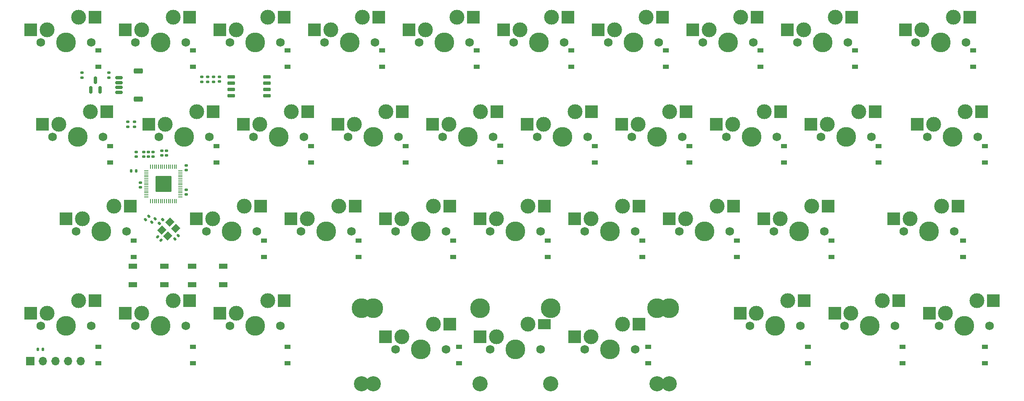
<source format=gbs>
%TF.GenerationSoftware,KiCad,Pcbnew,7.0.6*%
%TF.CreationDate,2023-07-31T23:13:40-04:00*%
%TF.ProjectId,cutiepie2040-standard-stagger,63757469-6570-4696-9532-3034302d7374,rev?*%
%TF.SameCoordinates,PX2d6b3a0PY7aa1830*%
%TF.FileFunction,Soldermask,Bot*%
%TF.FilePolarity,Negative*%
%FSLAX46Y46*%
G04 Gerber Fmt 4.6, Leading zero omitted, Abs format (unit mm)*
G04 Created by KiCad (PCBNEW 7.0.6) date 2023-07-31 23:13:40*
%MOMM*%
%LPD*%
G01*
G04 APERTURE LIST*
G04 Aperture macros list*
%AMRoundRect*
0 Rectangle with rounded corners*
0 $1 Rounding radius*
0 $2 $3 $4 $5 $6 $7 $8 $9 X,Y pos of 4 corners*
0 Add a 4 corners polygon primitive as box body*
4,1,4,$2,$3,$4,$5,$6,$7,$8,$9,$2,$3,0*
0 Add four circle primitives for the rounded corners*
1,1,$1+$1,$2,$3*
1,1,$1+$1,$4,$5*
1,1,$1+$1,$6,$7*
1,1,$1+$1,$8,$9*
0 Add four rect primitives between the rounded corners*
20,1,$1+$1,$2,$3,$4,$5,0*
20,1,$1+$1,$4,$5,$6,$7,0*
20,1,$1+$1,$6,$7,$8,$9,0*
20,1,$1+$1,$8,$9,$2,$3,0*%
%AMRotRect*
0 Rectangle, with rotation*
0 The origin of the aperture is its center*
0 $1 length*
0 $2 width*
0 $3 Rotation angle, in degrees counterclockwise*
0 Add horizontal line*
21,1,$1,$2,0,0,$3*%
G04 Aperture macros list end*
%ADD10R,1.200000X0.900000*%
%ADD11C,1.750000*%
%ADD12C,3.000000*%
%ADD13C,3.987800*%
%ADD14R,2.550000X2.500000*%
%ADD15RoundRect,0.135000X-0.185000X0.135000X-0.185000X-0.135000X0.185000X-0.135000X0.185000X0.135000X0*%
%ADD16RoundRect,0.135000X0.135000X0.185000X-0.135000X0.185000X-0.135000X-0.185000X0.135000X-0.185000X0*%
%ADD17RoundRect,0.140000X0.170000X-0.140000X0.170000X0.140000X-0.170000X0.140000X-0.170000X-0.140000X0*%
%ADD18RoundRect,0.140000X-0.021213X0.219203X-0.219203X0.021213X0.021213X-0.219203X0.219203X-0.021213X0*%
%ADD19R,1.700000X1.700000*%
%ADD20O,1.700000X1.700000*%
%ADD21R,1.700000X1.000000*%
%ADD22RotRect,1.400000X1.200000X45.000000*%
%ADD23RoundRect,0.135000X0.035355X-0.226274X0.226274X-0.035355X-0.035355X0.226274X-0.226274X0.035355X0*%
%ADD24RoundRect,0.140000X0.140000X0.170000X-0.140000X0.170000X-0.140000X-0.170000X0.140000X-0.170000X0*%
%ADD25RoundRect,0.140000X-0.170000X0.140000X-0.170000X-0.140000X0.170000X-0.140000X0.170000X0.140000X0*%
%ADD26RoundRect,0.150000X-0.625000X0.150000X-0.625000X-0.150000X0.625000X-0.150000X0.625000X0.150000X0*%
%ADD27RoundRect,0.229167X-0.670833X0.320833X-0.670833X-0.320833X0.670833X-0.320833X0.670833X0.320833X0*%
%ADD28RoundRect,0.140000X0.021213X-0.219203X0.219203X-0.021213X-0.021213X0.219203X-0.219203X0.021213X0*%
%ADD29C,3.048000*%
%ADD30R,2.550000X2.000000*%
%ADD31RoundRect,0.140000X0.219203X0.021213X0.021213X0.219203X-0.219203X-0.021213X-0.021213X-0.219203X0*%
%ADD32RoundRect,0.050000X0.387500X0.050000X-0.387500X0.050000X-0.387500X-0.050000X0.387500X-0.050000X0*%
%ADD33RoundRect,0.050000X0.050000X0.387500X-0.050000X0.387500X-0.050000X-0.387500X0.050000X-0.387500X0*%
%ADD34RoundRect,0.144000X1.456000X1.456000X-1.456000X1.456000X-1.456000X-1.456000X1.456000X-1.456000X0*%
%ADD35RoundRect,0.150000X0.150000X-0.587500X0.150000X0.587500X-0.150000X0.587500X-0.150000X-0.587500X0*%
%ADD36RoundRect,0.135000X0.185000X-0.135000X0.185000X0.135000X-0.185000X0.135000X-0.185000X-0.135000X0*%
%ADD37RoundRect,0.150000X0.650000X0.150000X-0.650000X0.150000X-0.650000X-0.150000X0.650000X-0.150000X0*%
G04 APERTURE END LIST*
D10*
X116085955Y47165862D03*
X116085955Y50465862D03*
X130373467Y66513453D03*
X130373467Y69813453D03*
D11*
X167004880Y71437794D03*
D12*
X164464880Y76517794D03*
D13*
X161924880Y71437794D03*
D12*
X158114880Y73977794D03*
D11*
X156844880Y71437794D03*
D14*
X154839880Y73977794D03*
X167766880Y76517794D03*
D11*
X188436130Y33337584D03*
D12*
X185896130Y38417584D03*
D13*
X183356130Y33337584D03*
D12*
X179546130Y35877584D03*
D11*
X178276130Y33337584D03*
D14*
X176271130Y35877584D03*
X189198130Y38417584D03*
D10*
X125630802Y28115846D03*
X125630802Y31415846D03*
D15*
X39290726Y64452768D03*
X39290726Y63432768D03*
D16*
X4921172Y9525224D03*
X3901172Y9525224D03*
D17*
X27087038Y48335480D03*
X27087038Y49295480D03*
D10*
X73223622Y66513453D03*
X73223622Y69813453D03*
D17*
X18157077Y64305627D03*
X18157077Y65265627D03*
D10*
X177998507Y6684578D03*
X177998507Y9984578D03*
D11*
X14604880Y14287794D03*
D12*
X12064880Y19367794D03*
D13*
X9524880Y14287794D03*
D12*
X5714880Y16827794D03*
D11*
X4444880Y14287794D03*
D14*
X2439880Y16827794D03*
X15366880Y19367794D03*
D11*
X76517380Y52387794D03*
D12*
X73977380Y57467794D03*
D13*
X71437380Y52387794D03*
D12*
X67627380Y54927794D03*
D11*
X66357380Y52387794D03*
D14*
X64352380Y54927794D03*
X77279380Y57467794D03*
D11*
X57467380Y52387794D03*
D12*
X54927380Y57467794D03*
D13*
X52387380Y52387794D03*
D12*
X48577380Y54927794D03*
D11*
X47307380Y52387794D03*
D14*
X45302380Y54927794D03*
X58229380Y57467794D03*
D10*
X126801589Y6684578D03*
X126801589Y9984578D03*
D18*
X27467827Y35802505D03*
X26789005Y35123683D03*
D17*
X29765960Y48633138D03*
X29765960Y49593138D03*
D11*
X71754880Y71437794D03*
D12*
X69214880Y76517794D03*
D13*
X66674880Y71437794D03*
D12*
X62864880Y73977794D03*
D11*
X61594880Y71437794D03*
D14*
X59589880Y73977794D03*
X72516880Y76517794D03*
D10*
X97035939Y47301801D03*
X97035939Y50601801D03*
X158948491Y6684578D03*
X158948491Y9984578D03*
X54173574Y66513453D03*
X54173574Y69813453D03*
D11*
X128904880Y71437794D03*
D12*
X126364880Y76517794D03*
D13*
X123824880Y71437794D03*
D12*
X120014880Y73977794D03*
D11*
X118744880Y71437794D03*
D14*
X116739880Y73977794D03*
X129666880Y76517794D03*
D10*
X135135971Y47165862D03*
X135135971Y50465862D03*
D15*
X22026501Y55427469D03*
X22026501Y54407470D03*
D11*
X124142380Y33337744D03*
D12*
X121602380Y38417744D03*
D13*
X119062380Y33337744D03*
D12*
X115252380Y35877744D03*
D11*
X113982380Y33337744D03*
D14*
X111977380Y35877744D03*
X124904380Y38417744D03*
D10*
X168473499Y66513453D03*
X168473499Y69813453D03*
D11*
X90804880Y71437794D03*
D12*
X88264880Y76517794D03*
D13*
X85724880Y71437794D03*
D12*
X81914880Y73977794D03*
D11*
X80644880Y71437794D03*
D14*
X78639880Y73977794D03*
X91566880Y76517794D03*
D19*
X2381172Y7143972D03*
D20*
X4921172Y7143972D03*
X7461172Y7143972D03*
X10001172Y7143972D03*
X12541172Y7143972D03*
D11*
X105092380Y33337794D03*
D12*
X102552380Y38417794D03*
D13*
X100012380Y33337794D03*
D12*
X96202380Y35877794D03*
D11*
X94932380Y33337794D03*
D14*
X92927380Y35877794D03*
X105854380Y38417794D03*
D10*
X192286019Y66513453D03*
X192286019Y69813453D03*
X92273670Y66513453D03*
X92273670Y69813453D03*
D21*
X23043816Y22507874D03*
X29343816Y22507874D03*
X23043816Y26307874D03*
X29343816Y26307874D03*
D10*
X88701557Y6684578D03*
X88701557Y9984578D03*
D11*
X86042380Y33337744D03*
D12*
X83502380Y38417744D03*
D13*
X80962380Y33337744D03*
D12*
X77152380Y35877744D03*
D11*
X75882380Y33337744D03*
D14*
X73877380Y35877744D03*
X86804380Y38417744D03*
D10*
X149423483Y66513453D03*
X149423483Y69813453D03*
D11*
X171767380Y52387794D03*
D12*
X169227380Y57467794D03*
D13*
X166687380Y52387794D03*
D12*
X162877380Y54927794D03*
D11*
X161607380Y52387794D03*
D14*
X159602380Y54927794D03*
X172529380Y57467794D03*
D18*
X26193692Y36314309D03*
X25514870Y35635487D03*
D10*
X18454623Y47165862D03*
X18454623Y50465862D03*
D22*
X28868178Y33572442D03*
X30423813Y35128077D03*
X31625894Y33925996D03*
X30070259Y32370361D03*
D10*
X106580786Y28115846D03*
X106580786Y31415846D03*
X190202823Y28115700D03*
X190202823Y31415700D03*
D11*
X14604880Y71437794D03*
D12*
X12064880Y76517794D03*
D13*
X9524880Y71437794D03*
D12*
X5714880Y73977794D03*
D11*
X4444880Y71437794D03*
D14*
X2439880Y73977794D03*
X15366880Y76517794D03*
D10*
X194667271Y6684578D03*
X194667271Y9984578D03*
D17*
X33784343Y45656558D03*
X33784343Y46616558D03*
D21*
X34950096Y22507874D03*
X41250096Y22507874D03*
X34950096Y26307874D03*
X41250096Y26307874D03*
D11*
X95567380Y52387794D03*
D12*
X93027380Y57467794D03*
D13*
X90487380Y52387794D03*
D12*
X86677380Y54927794D03*
D11*
X85407380Y52387794D03*
D14*
X83402380Y54927794D03*
X96329380Y57467794D03*
D10*
X58935907Y47165862D03*
X58935907Y50465862D03*
D11*
X47942380Y33337794D03*
D12*
X45402380Y38417794D03*
D13*
X42862380Y33337794D03*
D12*
X39052380Y35877794D03*
D11*
X37782380Y33337794D03*
D14*
X35777380Y35877794D03*
X48704380Y38417794D03*
D10*
X16073371Y6684578D03*
X16073371Y9984578D03*
D11*
X190817380Y71437794D03*
D12*
X188277380Y76517794D03*
D13*
X185737380Y71437794D03*
D12*
X181927380Y73977794D03*
D11*
X180657380Y71437794D03*
D14*
X178652380Y73977794D03*
X191579380Y76517794D03*
D23*
X28331545Y34943462D03*
X29052793Y35664710D03*
D24*
X23663971Y45462608D03*
X22703971Y45462608D03*
D11*
X143192380Y33337794D03*
D12*
X140652380Y38417794D03*
D13*
X138112380Y33337794D03*
D12*
X134302380Y35877794D03*
D11*
X133032380Y33337794D03*
D14*
X131027380Y35877794D03*
X143954380Y38417794D03*
D11*
X52704880Y14287794D03*
D12*
X50164880Y19367794D03*
D13*
X47624880Y14287794D03*
D12*
X43814880Y16827794D03*
D11*
X42544880Y14287794D03*
D14*
X40539880Y16827794D03*
X53466880Y19367794D03*
D25*
X40481352Y64452768D03*
X40481352Y63492768D03*
D11*
X193198630Y52387794D03*
D12*
X190658630Y57467794D03*
D13*
X188118630Y52387794D03*
D12*
X184308630Y54927794D03*
D11*
X183038630Y52387794D03*
D14*
X181033630Y54927794D03*
X193960630Y57467794D03*
D17*
X26144064Y48335480D03*
X26144064Y49295480D03*
X23663971Y48335480D03*
X23663971Y49295480D03*
D10*
X39885891Y47165862D03*
X39885891Y50465862D03*
X173236003Y47165862D03*
X173236003Y50465862D03*
D17*
X24556945Y42182608D03*
X24556945Y43142608D03*
D26*
X20249880Y64305627D03*
X20249880Y63305627D03*
X20249880Y62305627D03*
X20249880Y61305627D03*
D27*
X24124880Y65605627D03*
X24124880Y60005627D03*
D28*
X31509888Y31807545D03*
X32188710Y32486367D03*
D11*
X157479880Y14287794D03*
D12*
X154939880Y19367794D03*
D13*
X152399880Y14287794D03*
D12*
X148589880Y16827794D03*
D11*
X147319880Y14287794D03*
D14*
X145314880Y16827794D03*
X158241880Y19367794D03*
D11*
X52704880Y71437794D03*
D12*
X50164880Y76517794D03*
D13*
X47624880Y71437794D03*
D12*
X43814880Y73977794D03*
D11*
X42544880Y71437794D03*
D14*
X40539880Y73977794D03*
X53466880Y76517794D03*
D11*
X147954880Y71437794D03*
D12*
X145414880Y76517794D03*
D13*
X142874880Y71437794D03*
D12*
X139064880Y73977794D03*
D11*
X137794880Y71437794D03*
D14*
X135789880Y73977794D03*
X148716880Y76517794D03*
D10*
X194667271Y47165862D03*
X194667271Y50465862D03*
X144680818Y28115846D03*
X144680818Y31415846D03*
D11*
X66992380Y33337744D03*
D12*
X64452380Y38417744D03*
D13*
X61932163Y33337744D03*
D12*
X58102380Y35877744D03*
D11*
X56832380Y33337744D03*
D14*
X54827380Y35877744D03*
X67754380Y38417744D03*
D15*
X23366313Y55427469D03*
X23366313Y54407470D03*
D29*
X128587380Y2540024D03*
D13*
X128587380Y17780024D03*
D11*
X105092380Y9525024D03*
D12*
X102552380Y14605024D03*
D13*
X100012380Y9525024D03*
D12*
X96202380Y12065024D03*
D11*
X94932380Y9525024D03*
D29*
X71437380Y2540024D03*
D13*
X71437380Y17780024D03*
D14*
X92927380Y12065024D03*
D30*
X105854380Y14605024D03*
D10*
X87530770Y28115846D03*
X87530770Y31415846D03*
X77985923Y47165862D03*
X77985923Y50465862D03*
D31*
X28692169Y31515531D03*
X28013347Y32194353D03*
D11*
X33654880Y71437794D03*
D12*
X31114880Y76517794D03*
D13*
X28574880Y71437794D03*
D12*
X24764880Y73977794D03*
D11*
X23494880Y71437794D03*
D14*
X21489880Y73977794D03*
X34416880Y76517794D03*
D15*
X36909474Y64452768D03*
X36909474Y63432768D03*
D11*
X33654880Y14287794D03*
D12*
X31114880Y19367794D03*
D13*
X28574880Y14287794D03*
D12*
X24764880Y16827794D03*
D11*
X23494880Y14287794D03*
D14*
X21489880Y16827794D03*
X34416880Y19367794D03*
D10*
X68480754Y28115846D03*
X68480754Y31415846D03*
X154185987Y47165862D03*
X154185987Y50465862D03*
D11*
X133667380Y52387794D03*
D12*
X131127380Y57467794D03*
D13*
X128587380Y52387794D03*
D12*
X124777380Y54927794D03*
D11*
X123507380Y52387794D03*
D14*
X121502380Y54927794D03*
X134429380Y57467794D03*
D17*
X25201090Y48335480D03*
X25201090Y49295480D03*
D11*
X152717380Y52387794D03*
D12*
X150177380Y57467794D03*
D13*
X147637380Y52387794D03*
D12*
X143827380Y54927794D03*
D11*
X142557380Y52387794D03*
D14*
X140552380Y54927794D03*
X153479380Y57467794D03*
D29*
X131000380Y2540024D03*
D13*
X131000380Y17780024D03*
D11*
X124142380Y9525024D03*
D12*
X121602380Y14605024D03*
D13*
X119062380Y9525024D03*
D12*
X115252380Y12065024D03*
D11*
X113982380Y9525024D03*
D29*
X107124380Y2540024D03*
D13*
X107124380Y17780024D03*
D14*
X111977380Y12065024D03*
X124904380Y14605024D03*
D17*
X12799251Y64305627D03*
X12799251Y65265627D03*
D29*
X92900380Y2540294D03*
D13*
X92900380Y17780294D03*
D11*
X86042380Y9525294D03*
D12*
X83502380Y14605294D03*
D13*
X80962380Y9525294D03*
D12*
X77152380Y12065294D03*
D11*
X75882380Y9525294D03*
D29*
X69024380Y2540294D03*
D13*
X69024380Y17780294D03*
D14*
X73877380Y12065294D03*
X86804380Y14605294D03*
D10*
X49430738Y28115846D03*
X49430738Y31415846D03*
D11*
X162242380Y33337794D03*
D12*
X159702380Y38417794D03*
D13*
X157162380Y33337794D03*
D12*
X153352380Y35877794D03*
D11*
X152082380Y33337794D03*
D14*
X150077380Y35877794D03*
X163004380Y38417794D03*
D25*
X33784343Y41705201D03*
X33784343Y40745201D03*
D11*
X195579880Y14287794D03*
D12*
X193039880Y19367794D03*
D13*
X190499880Y14287794D03*
D12*
X186689880Y16827794D03*
D11*
X185419880Y14287794D03*
D14*
X183414880Y16827794D03*
X196341880Y19367794D03*
D11*
X16986130Y52387794D03*
D12*
X14446130Y57467794D03*
D13*
X11906130Y52387794D03*
D12*
X8096130Y54927794D03*
D11*
X6826130Y52387794D03*
D14*
X4821130Y54927794D03*
X17748130Y57467794D03*
D10*
X163730834Y28115846D03*
X163730834Y31415846D03*
D32*
X32607886Y45462608D03*
X32607886Y45062608D03*
X32607886Y44662608D03*
X32607886Y44262608D03*
X32607886Y43862608D03*
X32607886Y43462608D03*
X32607886Y43062608D03*
X32607886Y42662608D03*
X32607886Y42262608D03*
X32607886Y41862608D03*
X32607886Y41462608D03*
X32607886Y41062608D03*
X32607886Y40662608D03*
X32607886Y40262608D03*
D33*
X31770386Y39425108D03*
X31370386Y39425108D03*
X30970386Y39425108D03*
X30570386Y39425108D03*
X30170386Y39425108D03*
X29770386Y39425108D03*
X29370386Y39425108D03*
X28970386Y39425108D03*
X28570386Y39425108D03*
X28170386Y39425108D03*
X27770386Y39425108D03*
X27370386Y39425108D03*
X26970386Y39425108D03*
X26570386Y39425108D03*
D32*
X25732886Y40262608D03*
X25732886Y40662608D03*
X25732886Y41062608D03*
X25732886Y41462608D03*
X25732886Y41862608D03*
X25732886Y42262608D03*
X25732886Y42662608D03*
X25732886Y43062608D03*
X25732886Y43462608D03*
X25732886Y43862608D03*
X25732886Y44262608D03*
X25732886Y44662608D03*
X25732886Y45062608D03*
X25732886Y45462608D03*
D33*
X26570386Y46300108D03*
X26970386Y46300108D03*
X27370386Y46300108D03*
X27770386Y46300108D03*
X28170386Y46300108D03*
X28570386Y46300108D03*
X28970386Y46300108D03*
X29370386Y46300108D03*
X29770386Y46300108D03*
X30170386Y46300108D03*
X30570386Y46300108D03*
X30970386Y46300108D03*
X31370386Y46300108D03*
X31770386Y46300108D03*
D34*
X29170386Y42862608D03*
D11*
X109854880Y71437794D03*
D12*
X107314880Y76517794D03*
D13*
X104774880Y71437794D03*
D12*
X100964880Y73977794D03*
D11*
X99694880Y71437794D03*
D14*
X97689880Y73977794D03*
X110616880Y76517794D03*
D10*
X35123387Y6684578D03*
X35123387Y9984578D03*
D35*
X16428164Y61868127D03*
X14528164Y61868127D03*
X15478164Y63743127D03*
D10*
X23217484Y28128249D03*
X23217484Y31428249D03*
D11*
X38417380Y52387794D03*
D12*
X35877380Y57467794D03*
D13*
X33337380Y52387794D03*
D12*
X29527380Y54927794D03*
D11*
X28257380Y52387794D03*
D14*
X26252380Y54927794D03*
X39179380Y57467794D03*
D10*
X35123526Y66513453D03*
X35123526Y69813453D03*
D36*
X38100100Y63432768D03*
X38100100Y64452768D03*
D11*
X114617380Y52387794D03*
D12*
X112077380Y57467794D03*
D13*
X109537380Y52387794D03*
D12*
X105727380Y54927794D03*
D11*
X104457380Y52387794D03*
D14*
X102452380Y54927794D03*
X115379380Y57467794D03*
D37*
X50034492Y64452768D03*
X50034492Y63182768D03*
X50034492Y61912768D03*
X50034492Y60642768D03*
X42834492Y60642768D03*
X42834492Y61912768D03*
X42834492Y63182768D03*
X42834492Y64452768D03*
D17*
X28822986Y48633138D03*
X28822986Y49593138D03*
D10*
X16073478Y66513453D03*
X16073478Y69813453D03*
X111323718Y66513453D03*
X111323718Y69813453D03*
D11*
X176529880Y14287794D03*
D12*
X173989880Y19367794D03*
D13*
X171449880Y14287794D03*
D12*
X167639880Y16827794D03*
D11*
X166369880Y14287794D03*
D14*
X164364880Y16827794D03*
X177291880Y19367794D03*
D11*
X21748630Y33337794D03*
D12*
X19208630Y38417794D03*
D13*
X16668630Y33337794D03*
D12*
X12858630Y35877794D03*
D11*
X11588630Y33337794D03*
D14*
X9583630Y35877794D03*
X22510630Y38417794D03*
D10*
X54173403Y6684578D03*
X54173403Y9984578D03*
M02*

</source>
